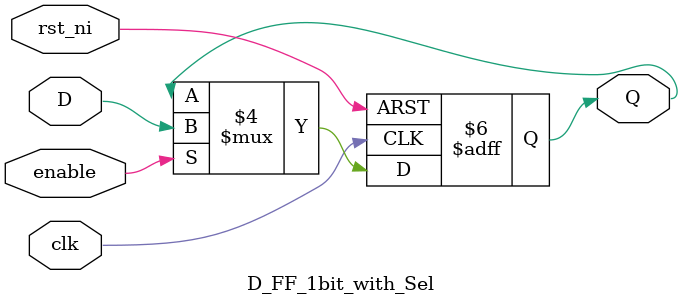
<source format=sv>
module D_FF_1bit_with_Sel
(	
	//------------------CPU INPUT------------------------//
	input  logic 	       		clk, rst_ni, enable,
	//---------------------------------------------------//
	
	//-------------D-FF-INPUT <-> OUTPUT-----------------//
	input  logic 	 				D,
	output reg 				 		Q
	//---------------------------------------------------//
);
	always_ff @(posedge clk or negedge rst_ni) begin
		if(!rst_ni) begin
			Q  <=  0;
		end
		else begin
			if (enable) begin
				Q <= D;
			end
			else
				Q <= Q;
		end
	end
endmodule

</source>
